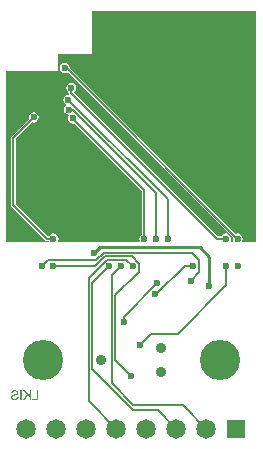
<source format=gbl>
G04*
G04 #@! TF.GenerationSoftware,Altium Limited,Altium Designer,21.6.4 (81)*
G04*
G04 Layer_Physical_Order=4*
G04 Layer_Color=16711680*
%FSLAX44Y44*%
%MOMM*%
G71*
G04*
G04 #@! TF.SameCoordinates,998CE461-73B7-439C-9EE3-FAF607E45F75*
G04*
G04*
G04 #@! TF.FilePolarity,Positive*
G04*
G01*
G75*
%ADD10C,0.2540*%
%ADD39C,0.1520*%
%ADD41C,3.4000*%
%ADD42C,1.6500*%
%ADD43R,1.6500X1.6500*%
%ADD44C,0.9000*%
%ADD45C,0.6000*%
G36*
X215922Y200000D02*
X203131D01*
X204022Y201334D01*
X204354Y203000D01*
X204022Y204666D01*
X203078Y206078D01*
X201666Y207022D01*
X200000Y207354D01*
X198602Y207076D01*
X57884Y347793D01*
X57616Y349138D01*
X56673Y350550D01*
X55260Y351494D01*
X53594Y351826D01*
X51928Y351494D01*
X50515Y350550D01*
X49572Y349138D01*
X49240Y347472D01*
X49572Y345806D01*
X50515Y344394D01*
X51928Y343450D01*
X53594Y343118D01*
X55260Y343450D01*
X55927Y343896D01*
X195842Y203981D01*
X195646Y203000D01*
X195978Y201334D01*
X196869Y200000D01*
X193131D01*
X194022Y201334D01*
X194354Y203000D01*
X194022Y204666D01*
X193078Y206078D01*
X191666Y207022D01*
X190000Y207354D01*
X188334Y207022D01*
X186922Y206078D01*
X186248Y205070D01*
X183175D01*
X61427Y326818D01*
X62260Y327375D01*
X63204Y328788D01*
X63536Y330454D01*
X63204Y332120D01*
X62260Y333532D01*
X60848Y334476D01*
X59182Y334808D01*
X57516Y334476D01*
X56104Y333532D01*
X55160Y332120D01*
X54828Y330454D01*
X55160Y328788D01*
X56104Y327375D01*
X57167Y326665D01*
Y326082D01*
X57324Y325289D01*
X57728Y324686D01*
X56642Y324902D01*
X54976Y324570D01*
X53563Y323627D01*
X52620Y322214D01*
X52288Y320548D01*
X52620Y318882D01*
X53563Y317470D01*
X54976Y316526D01*
X55951Y316332D01*
X55230Y316188D01*
X53818Y315245D01*
X52874Y313832D01*
X52542Y312166D01*
X52874Y310500D01*
X53818Y309088D01*
X55230Y308144D01*
X56896Y307812D01*
X57797Y307992D01*
X57628Y307878D01*
X56684Y306466D01*
X56352Y304800D01*
X56684Y303134D01*
X57628Y301721D01*
X59040Y300778D01*
X60706Y300446D01*
X61682Y300641D01*
X118930Y243393D01*
Y206752D01*
X117921Y206078D01*
X116978Y204666D01*
X116646Y203000D01*
X116978Y201334D01*
X117869Y200000D01*
X47131Y200000D01*
X48022Y201334D01*
X48354Y203000D01*
X48022Y204666D01*
X47078Y206078D01*
X45666Y207022D01*
X44000Y207354D01*
X42334Y207022D01*
X40922Y206078D01*
X40248Y205070D01*
X39411D01*
X12070Y232411D01*
Y287463D01*
X26150Y301543D01*
X27340Y301306D01*
X29006Y301638D01*
X30419Y302582D01*
X31362Y303994D01*
X31694Y305660D01*
X31362Y307326D01*
X30419Y308738D01*
X29006Y309682D01*
X27340Y310014D01*
X25674Y309682D01*
X24262Y308738D01*
X23318Y307326D01*
X22986Y305660D01*
X23223Y304470D01*
X8536Y289784D01*
X8088Y289112D01*
X7930Y288320D01*
Y231554D01*
X8088Y230762D01*
X8536Y230090D01*
X37090Y201537D01*
X37762Y201088D01*
X38554Y200930D01*
X40248D01*
X40869Y200000D01*
X4078Y200000D01*
Y344750D01*
X47750Y344750D01*
Y359750D01*
X76500D01*
Y395922D01*
X215922D01*
X215922Y200000D01*
D02*
G37*
G36*
X24913Y66397D02*
X23839D01*
Y69213D01*
X22513Y70492D01*
X19620Y66397D01*
X18201D01*
X21762Y71220D01*
X18347Y74517D01*
X19808D01*
X23839Y70486D01*
Y74517D01*
X24913D01*
Y66397D01*
D02*
G37*
G36*
X31220D02*
X26151D01*
Y67353D01*
X30147D01*
Y74517D01*
X31220D01*
Y66397D01*
D02*
G37*
G36*
X17127D02*
X16053D01*
Y74517D01*
X17127D01*
Y66397D01*
D02*
G37*
G36*
X11512Y74652D02*
X11658Y74647D01*
X11799Y74635D01*
X11940Y74617D01*
X12069Y74594D01*
X12192Y74570D01*
X12304Y74547D01*
X12409Y74517D01*
X12509Y74494D01*
X12597Y74465D01*
X12668Y74441D01*
X12732Y74423D01*
X12785Y74400D01*
X12820Y74388D01*
X12844Y74383D01*
X12850Y74377D01*
X12973Y74324D01*
X13084Y74265D01*
X13190Y74201D01*
X13290Y74136D01*
X13383Y74066D01*
X13466Y74001D01*
X13542Y73931D01*
X13606Y73866D01*
X13665Y73808D01*
X13718Y73749D01*
X13765Y73702D01*
X13800Y73655D01*
X13829Y73620D01*
X13847Y73590D01*
X13859Y73573D01*
X13865Y73567D01*
X13923Y73467D01*
X13976Y73362D01*
X14023Y73262D01*
X14064Y73162D01*
X14099Y73062D01*
X14129Y72968D01*
X14146Y72880D01*
X14170Y72792D01*
X14181Y72710D01*
X14193Y72640D01*
X14199Y72575D01*
X14205Y72523D01*
X14211Y72476D01*
Y72446D01*
Y72423D01*
Y72417D01*
X14205Y72311D01*
X14199Y72211D01*
X14164Y72024D01*
X14123Y71854D01*
X14093Y71777D01*
X14070Y71701D01*
X14041Y71637D01*
X14017Y71578D01*
X13994Y71531D01*
X13970Y71490D01*
X13953Y71455D01*
X13941Y71431D01*
X13935Y71414D01*
X13929Y71408D01*
X13870Y71326D01*
X13812Y71243D01*
X13671Y71097D01*
X13530Y70968D01*
X13389Y70862D01*
X13319Y70815D01*
X13260Y70774D01*
X13202Y70733D01*
X13155Y70704D01*
X13113Y70680D01*
X13084Y70662D01*
X13067Y70657D01*
X13061Y70651D01*
X12967Y70604D01*
X12867Y70563D01*
X12750Y70516D01*
X12627Y70469D01*
X12368Y70381D01*
X12110Y70305D01*
X11993Y70269D01*
X11875Y70240D01*
X11770Y70211D01*
X11682Y70187D01*
X11606Y70170D01*
X11547Y70152D01*
X11529Y70146D01*
X11512D01*
X11506Y70140D01*
X11500D01*
X11300Y70093D01*
X11119Y70047D01*
X10948Y70005D01*
X10802Y69964D01*
X10667Y69929D01*
X10549Y69900D01*
X10450Y69870D01*
X10356Y69841D01*
X10280Y69818D01*
X10215Y69800D01*
X10168Y69782D01*
X10127Y69771D01*
X10092Y69759D01*
X10074Y69753D01*
X10063Y69747D01*
X10057D01*
X9963Y69706D01*
X9881Y69671D01*
X9798Y69630D01*
X9728Y69589D01*
X9658Y69548D01*
X9599Y69507D01*
X9546Y69466D01*
X9499Y69430D01*
X9458Y69395D01*
X9423Y69360D01*
X9364Y69307D01*
X9335Y69272D01*
X9323Y69266D01*
Y69260D01*
X9247Y69149D01*
X9188Y69037D01*
X9147Y68926D01*
X9124Y68826D01*
X9106Y68732D01*
X9100Y68697D01*
Y68662D01*
X9094Y68632D01*
Y68615D01*
Y68603D01*
Y68597D01*
X9106Y68462D01*
X9129Y68327D01*
X9171Y68210D01*
X9212Y68110D01*
X9253Y68022D01*
X9276Y67987D01*
X9294Y67958D01*
X9306Y67934D01*
X9317Y67917D01*
X9329Y67905D01*
Y67899D01*
X9423Y67787D01*
X9534Y67688D01*
X9652Y67600D01*
X9763Y67529D01*
X9869Y67477D01*
X9910Y67453D01*
X9951Y67435D01*
X9980Y67418D01*
X10004Y67406D01*
X10021Y67400D01*
X10027D01*
X10209Y67342D01*
X10391Y67295D01*
X10573Y67265D01*
X10743Y67242D01*
X10819Y67236D01*
X10890Y67230D01*
X10948Y67224D01*
X11001D01*
X11048Y67218D01*
X11107D01*
X11359Y67230D01*
X11594Y67254D01*
X11705Y67277D01*
X11805Y67295D01*
X11905Y67318D01*
X11993Y67342D01*
X12069Y67359D01*
X12145Y67383D01*
X12204Y67406D01*
X12257Y67424D01*
X12298Y67435D01*
X12333Y67447D01*
X12351Y67459D01*
X12357D01*
X12456Y67506D01*
X12550Y67553D01*
X12638Y67606D01*
X12715Y67658D01*
X12791Y67711D01*
X12855Y67764D01*
X12920Y67817D01*
X12973Y67864D01*
X13020Y67911D01*
X13061Y67952D01*
X13096Y67987D01*
X13119Y68022D01*
X13143Y68052D01*
X13161Y68069D01*
X13166Y68081D01*
X13172Y68087D01*
X13260Y68245D01*
X13331Y68410D01*
X13389Y68580D01*
X13430Y68738D01*
X13448Y68814D01*
X13466Y68879D01*
X13477Y68943D01*
X13483Y68996D01*
X13495Y69037D01*
Y69067D01*
X13501Y69090D01*
Y69096D01*
X14516Y69008D01*
X14510Y68855D01*
X14492Y68709D01*
X14469Y68568D01*
X14440Y68433D01*
X14404Y68310D01*
X14369Y68186D01*
X14328Y68075D01*
X14287Y67969D01*
X14252Y67875D01*
X14211Y67793D01*
X14175Y67723D01*
X14140Y67658D01*
X14117Y67611D01*
X14093Y67576D01*
X14082Y67553D01*
X14076Y67547D01*
X13994Y67430D01*
X13906Y67318D01*
X13812Y67218D01*
X13712Y67125D01*
X13618Y67036D01*
X13518Y66954D01*
X13425Y66884D01*
X13331Y66819D01*
X13248Y66767D01*
X13166Y66714D01*
X13096Y66673D01*
X13031Y66638D01*
X12979Y66614D01*
X12943Y66596D01*
X12914Y66585D01*
X12908Y66579D01*
X12767Y66526D01*
X12615Y66473D01*
X12462Y66432D01*
X12304Y66397D01*
X11993Y66338D01*
X11846Y66321D01*
X11705Y66303D01*
X11570Y66291D01*
X11447Y66280D01*
X11336Y66274D01*
X11242Y66268D01*
X11165Y66262D01*
X11060D01*
X10901Y66268D01*
X10743Y66274D01*
X10590Y66291D01*
X10450Y66309D01*
X10315Y66338D01*
X10186Y66362D01*
X10063Y66391D01*
X9951Y66420D01*
X9851Y66450D01*
X9763Y66479D01*
X9687Y66508D01*
X9622Y66532D01*
X9570Y66550D01*
X9528Y66567D01*
X9505Y66573D01*
X9499Y66579D01*
X9370Y66643D01*
X9253Y66708D01*
X9141Y66778D01*
X9042Y66849D01*
X8948Y66925D01*
X8860Y67001D01*
X8777Y67072D01*
X8707Y67142D01*
X8643Y67207D01*
X8590Y67265D01*
X8543Y67324D01*
X8508Y67371D01*
X8478Y67412D01*
X8455Y67441D01*
X8443Y67459D01*
X8437Y67465D01*
X8373Y67576D01*
X8314Y67682D01*
X8261Y67793D01*
X8220Y67899D01*
X8185Y68005D01*
X8156Y68104D01*
X8126Y68204D01*
X8109Y68292D01*
X8091Y68380D01*
X8079Y68456D01*
X8073Y68521D01*
X8067Y68580D01*
X8062Y68627D01*
Y68662D01*
Y68685D01*
Y68691D01*
X8067Y68814D01*
X8073Y68926D01*
X8091Y69037D01*
X8115Y69143D01*
X8138Y69248D01*
X8167Y69342D01*
X8202Y69430D01*
X8232Y69513D01*
X8261Y69583D01*
X8296Y69647D01*
X8326Y69706D01*
X8349Y69753D01*
X8373Y69788D01*
X8384Y69818D01*
X8396Y69835D01*
X8402Y69841D01*
X8472Y69935D01*
X8543Y70023D01*
X8707Y70187D01*
X8883Y70328D01*
X8971Y70393D01*
X9053Y70445D01*
X9135Y70498D01*
X9212Y70545D01*
X9276Y70580D01*
X9335Y70616D01*
X9382Y70639D01*
X9423Y70657D01*
X9446Y70668D01*
X9452Y70674D01*
X9552Y70715D01*
X9669Y70756D01*
X9798Y70803D01*
X9939Y70844D01*
X10086Y70891D01*
X10233Y70932D01*
X10532Y71009D01*
X10673Y71050D01*
X10808Y71079D01*
X10931Y71108D01*
X11036Y71138D01*
X11125Y71155D01*
X11160Y71167D01*
X11189Y71173D01*
X11213Y71179D01*
X11230D01*
X11242Y71185D01*
X11248D01*
X11482Y71243D01*
X11694Y71296D01*
X11881Y71349D01*
X12052Y71402D01*
X12198Y71455D01*
X12333Y71502D01*
X12445Y71549D01*
X12544Y71590D01*
X12627Y71631D01*
X12691Y71666D01*
X12750Y71695D01*
X12791Y71725D01*
X12826Y71742D01*
X12844Y71760D01*
X12855Y71766D01*
X12861Y71771D01*
X12914Y71824D01*
X12961Y71883D01*
X13008Y71942D01*
X13043Y72006D01*
X13096Y72123D01*
X13131Y72241D01*
X13155Y72341D01*
X13161Y72382D01*
X13166Y72423D01*
X13172Y72452D01*
Y72476D01*
Y72487D01*
Y72493D01*
X13166Y72587D01*
X13155Y72675D01*
X13131Y72763D01*
X13102Y72839D01*
X13031Y72986D01*
X12990Y73056D01*
X12949Y73115D01*
X12908Y73168D01*
X12873Y73215D01*
X12832Y73256D01*
X12802Y73291D01*
X12773Y73320D01*
X12750Y73338D01*
X12738Y73350D01*
X12732Y73356D01*
X12644Y73420D01*
X12544Y73473D01*
X12433Y73520D01*
X12321Y73561D01*
X12204Y73596D01*
X12087Y73626D01*
X11852Y73667D01*
X11746Y73684D01*
X11641Y73696D01*
X11553Y73702D01*
X11471Y73708D01*
X11406Y73714D01*
X11312D01*
X11142Y73708D01*
X10984Y73696D01*
X10837Y73678D01*
X10696Y73655D01*
X10573Y73620D01*
X10456Y73590D01*
X10350Y73555D01*
X10256Y73520D01*
X10174Y73479D01*
X10103Y73444D01*
X10045Y73414D01*
X9992Y73385D01*
X9951Y73356D01*
X9927Y73338D01*
X9910Y73326D01*
X9904Y73320D01*
X9822Y73244D01*
X9746Y73156D01*
X9675Y73068D01*
X9617Y72974D01*
X9564Y72875D01*
X9517Y72781D01*
X9476Y72687D01*
X9446Y72593D01*
X9417Y72505D01*
X9394Y72423D01*
X9376Y72347D01*
X9364Y72288D01*
X9352Y72235D01*
X9347Y72194D01*
X9341Y72171D01*
Y72159D01*
X8308Y72235D01*
X8320Y72364D01*
X8332Y72493D01*
X8355Y72616D01*
X8384Y72734D01*
X8414Y72845D01*
X8449Y72951D01*
X8484Y73051D01*
X8519Y73139D01*
X8560Y73221D01*
X8590Y73291D01*
X8625Y73356D01*
X8654Y73408D01*
X8678Y73450D01*
X8695Y73485D01*
X8707Y73502D01*
X8713Y73508D01*
X8783Y73614D01*
X8866Y73708D01*
X8948Y73802D01*
X9036Y73884D01*
X9124Y73960D01*
X9212Y74030D01*
X9294Y74095D01*
X9382Y74148D01*
X9458Y74201D01*
X9534Y74242D01*
X9599Y74283D01*
X9658Y74312D01*
X9705Y74335D01*
X9740Y74353D01*
X9763Y74359D01*
X9769Y74365D01*
X9898Y74418D01*
X10033Y74465D01*
X10168Y74500D01*
X10309Y74535D01*
X10573Y74588D01*
X10702Y74605D01*
X10819Y74623D01*
X10937Y74635D01*
X11036Y74641D01*
X11130Y74652D01*
X11207D01*
X11271Y74658D01*
X11359D01*
X11512Y74652D01*
D02*
G37*
D10*
X167894Y195580D02*
X176022Y187452D01*
Y163322D02*
Y187452D01*
X83312Y195580D02*
X167894D01*
X78232Y190500D02*
X83312Y195580D01*
D39*
X73914Y65586D02*
X97300Y42200D01*
X103500Y132000D02*
Y136520D01*
X132080Y165100D01*
X129794Y156718D02*
X132080D01*
X129794D02*
X130303Y156209D01*
Y156209D02*
Y156209D01*
X155194Y179832D02*
X162560D01*
X132080Y156718D02*
X155194Y179832D01*
X60454Y312166D02*
X131000Y241619D01*
X56896Y312166D02*
X60454D01*
X131000Y203000D02*
Y241619D01*
X60706Y304544D02*
Y304800D01*
Y304544D02*
X121000Y244250D01*
X141000Y203000D02*
Y236190D01*
X56642Y320548D02*
X141000Y236190D01*
X182318Y203000D02*
X190000D01*
X59182Y330454D02*
X59236Y330400D01*
Y326082D02*
X182318Y203000D01*
X59236Y326082D02*
Y330400D01*
X53594Y347472D02*
X55278D01*
X199750Y203000D01*
X200000D01*
X38554Y203000D02*
X44000D01*
X10000Y231554D02*
X38554Y203000D01*
X10000Y231554D02*
Y288320D01*
X160528Y167386D02*
Y167386D01*
X167640Y174498D02*
Y184912D01*
X160528Y167386D02*
X167640Y174498D01*
X117094Y113284D02*
X126492Y122682D01*
X149098D02*
X189992Y163576D01*
X126492Y122682D02*
X149098D01*
X189992Y163576D02*
Y179832D01*
X86598Y191246D02*
X161306D01*
X167640Y184912D01*
X73914Y169963D02*
X89116Y185166D01*
X43992Y179832D02*
X79483D01*
X80264Y184912D02*
X86598Y191246D01*
X89116Y185166D02*
X105658D01*
X73914Y65586D02*
Y169963D01*
X79483Y179832D02*
X87857Y188206D01*
X110293D01*
X39072Y184912D02*
X80264D01*
X33992Y179832D02*
X39072Y184912D01*
X110293Y188206D02*
X116586Y181912D01*
X96512Y154940D02*
X116586Y175014D01*
Y181912D01*
X96512Y99962D02*
Y154940D01*
Y99962D02*
X109992Y86482D01*
X93472Y172312D02*
X100992Y179832D01*
X93472Y80491D02*
X111747Y62217D01*
X93472Y80491D02*
Y172312D01*
X105658Y185166D02*
X110992Y179832D01*
X153483Y62217D02*
X173500Y42200D01*
X111747Y62217D02*
X153483D01*
X76954Y92710D02*
X111498Y58166D01*
X132134D01*
X148100Y42200D01*
X76954Y92710D02*
Y165794D01*
X90992Y179832D01*
X121000Y203000D02*
Y244250D01*
X10000Y288320D02*
X27340Y305660D01*
D41*
X185000Y100000D02*
D03*
X35000D02*
D03*
D42*
X21100Y42200D02*
D03*
X46500D02*
D03*
X148100D02*
D03*
X173500D02*
D03*
X122700D02*
D03*
X97300D02*
D03*
X71900D02*
D03*
D43*
X198900D02*
D03*
D44*
X84600Y100000D02*
D03*
X135400Y110160D02*
D03*
Y89840D02*
D03*
D45*
X15589Y205236D02*
D03*
X55000Y205000D02*
D03*
X80000D02*
D03*
X180000Y212500D02*
D03*
X212500D02*
D03*
Y227500D02*
D03*
Y242500D02*
D03*
Y257500D02*
D03*
Y272500D02*
D03*
Y287500D02*
D03*
Y302500D02*
D03*
Y317500D02*
D03*
Y332500D02*
D03*
Y347500D02*
D03*
Y362500D02*
D03*
Y377500D02*
D03*
Y392500D02*
D03*
X20000Y275000D02*
D03*
X57500Y282500D02*
D03*
X45000Y270000D02*
D03*
X155000Y260000D02*
D03*
X140000Y275000D02*
D03*
X125000Y290000D02*
D03*
X110000Y305000D02*
D03*
X95000Y320000D02*
D03*
X82500Y332500D02*
D03*
X200000Y392500D02*
D03*
Y377500D02*
D03*
Y362500D02*
D03*
Y347500D02*
D03*
Y332500D02*
D03*
Y317500D02*
D03*
Y302500D02*
D03*
Y287500D02*
D03*
Y272500D02*
D03*
Y257500D02*
D03*
Y242500D02*
D03*
Y227500D02*
D03*
X185000Y392500D02*
D03*
Y377500D02*
D03*
Y362500D02*
D03*
Y347500D02*
D03*
Y332500D02*
D03*
Y317500D02*
D03*
Y302500D02*
D03*
Y287500D02*
D03*
Y272500D02*
D03*
Y257500D02*
D03*
Y242500D02*
D03*
Y227500D02*
D03*
X170000Y392500D02*
D03*
Y377500D02*
D03*
Y362500D02*
D03*
Y347500D02*
D03*
Y332500D02*
D03*
Y317500D02*
D03*
Y302500D02*
D03*
Y287500D02*
D03*
Y272500D02*
D03*
X155000Y392500D02*
D03*
Y377500D02*
D03*
Y362500D02*
D03*
Y347500D02*
D03*
Y332500D02*
D03*
Y317500D02*
D03*
Y302500D02*
D03*
Y287500D02*
D03*
X140000Y392500D02*
D03*
Y377500D02*
D03*
Y362500D02*
D03*
Y347500D02*
D03*
Y332500D02*
D03*
Y317500D02*
D03*
Y302500D02*
D03*
X125000Y392500D02*
D03*
Y377500D02*
D03*
Y362500D02*
D03*
Y347500D02*
D03*
Y332500D02*
D03*
Y317500D02*
D03*
X110000Y392500D02*
D03*
Y377500D02*
D03*
Y362500D02*
D03*
Y347500D02*
D03*
Y332500D02*
D03*
Y242500D02*
D03*
Y227500D02*
D03*
X95000Y392500D02*
D03*
Y377500D02*
D03*
Y362500D02*
D03*
Y347500D02*
D03*
X80000Y392500D02*
D03*
Y377500D02*
D03*
Y362500D02*
D03*
Y347500D02*
D03*
Y242500D02*
D03*
Y227500D02*
D03*
X65000Y347500D02*
D03*
Y242500D02*
D03*
Y227500D02*
D03*
X50000Y257500D02*
D03*
Y242500D02*
D03*
Y227500D02*
D03*
X35000Y287500D02*
D03*
Y242500D02*
D03*
Y227500D02*
D03*
X20000Y242500D02*
D03*
X103500Y132000D02*
D03*
X130303Y156209D02*
D03*
X162602Y179832D02*
D03*
X132080Y165100D02*
D03*
X60706Y304800D02*
D03*
X56896Y312166D02*
D03*
X56642Y320548D02*
D03*
X53594Y347472D02*
D03*
X59182Y330454D02*
D03*
X160528Y167386D02*
D03*
X176022Y163322D02*
D03*
X78232Y190500D02*
D03*
X117094Y113284D02*
D03*
X189992Y179832D02*
D03*
X43992D02*
D03*
X109992Y86482D02*
D03*
X110992Y179832D02*
D03*
X33992D02*
D03*
X90992D02*
D03*
X100992D02*
D03*
X199992D02*
D03*
X200000Y203000D02*
D03*
X190000D02*
D03*
X141000D02*
D03*
X131000D02*
D03*
X121000D02*
D03*
X44000Y203000D02*
D03*
X43542Y320957D02*
D03*
X44250Y330250D02*
D03*
X27340Y305660D02*
D03*
X66250Y355750D02*
D03*
X30734Y318008D02*
D03*
X51250Y355750D02*
D03*
X58750D02*
D03*
X22252Y335965D02*
D03*
X28500Y326750D02*
D03*
X10000Y333250D02*
D03*
X37500Y330250D02*
D03*
X28500Y336000D02*
D03*
M02*

</source>
